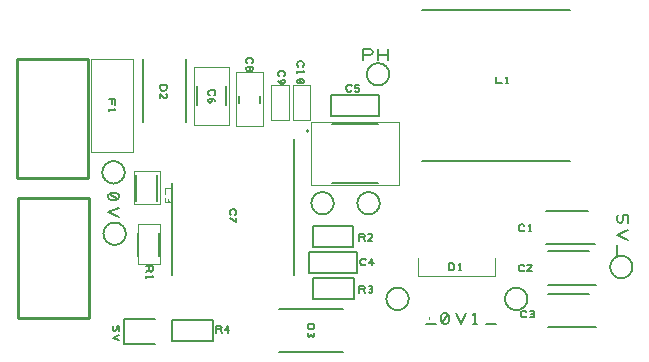
<source format=gto>
G04 DesignSpark PCB Gerber Version 12.0 Build 5942*
%FSLAX35Y35*%
%MOMM*%
%ADD86C,0.02540*%
%ADD85C,0.05000*%
%ADD87C,0.07620*%
%ADD84C,0.10000*%
%ADD10C,0.12700*%
%ADD13C,0.20000*%
%ADD83C,0.20320*%
%ADD12C,0.25400*%
X0Y0D02*
D02*
D10*
X43841290Y45655340D02*
X43833350Y45639470D01*
Y45623590D01*
X43841290Y45607720D01*
X43857170Y45599780D01*
X43904790D01*
X43920670Y45607720D01*
X43928600Y45623590D01*
Y45639470D01*
X43920670Y45655340D01*
X43904790Y45663280D01*
X43857170D01*
X43841290Y45655340D01*
X43920670Y45607720D01*
X43928600Y45536280D02*
X43833350Y45496590D01*
X43928600Y45456900D01*
X43839560Y46454250D02*
X43895810D01*
Y46407370D01*
X43867690Y46416750D02*
Y46454250D01*
X43839560Y46369870D02*
Y46351120D01*
Y46360500D02*
X43895810D01*
X43886440Y46369870D01*
X43878290Y44533280D02*
X43873600Y44523900D01*
Y44509840D01*
X43878290Y44500470D01*
X43887670Y44495780D01*
X43892350D01*
X43901730Y44500470D01*
X43906420Y44509840D01*
Y44533280D01*
X43929850D01*
Y44495780D01*
Y44458280D02*
X43873600Y44434840D01*
X43929850Y44411400D01*
X43880000Y45739740D02*
G75*
G03*
X43975250Y45834990I0J95250D01*
G01*
G75*
G03*
X43880000Y45930240I-95250J0D01*
G01*
G75*
G03*
X43784750Y45834990I0J-95250D01*
G01*
G75*
G03*
X43880000Y45739740I95250J0D01*
G01*
X43890000Y45219750D02*
G75*
G03*
X43985250Y45315000I0J95250D01*
G01*
G75*
G03*
X43890000Y45410250I-95250J0D01*
G01*
G75*
G03*
X43794750Y45315000I0J-95250D01*
G01*
G75*
G03*
X43890000Y45219750I95250J0D01*
G01*
X44091000Y45125000D02*
Y45325000D01*
X44156560Y45041250D02*
X44212810D01*
Y45008440D01*
X44208130Y44999060D01*
X44198750Y44994370D01*
X44189380Y44999060D01*
X44184690Y45008440D01*
Y45041250D01*
Y45008440D02*
X44156560Y44994370D01*
Y44956870D02*
Y44938120D01*
Y44947500D02*
X44212810D01*
X44203440Y44956870D01*
X44273600Y46573280D02*
X44329850D01*
Y46545150D01*
X44325170Y46535780D01*
X44320480Y46531090D01*
X44311100Y46526400D01*
X44292350D01*
X44282980Y46531090D01*
X44278290Y46535780D01*
X44273600Y46545150D01*
Y46573280D01*
Y46460780D02*
Y46498280D01*
X44306420Y46465470D01*
X44315790Y46460780D01*
X44325170Y46465470D01*
X44329850Y46474840D01*
Y46488900D01*
X44325170Y46498280D01*
X44269000Y45125000D02*
Y45325000D01*
X44585000Y46407000D02*
Y46563000D01*
X44693440Y46488120D02*
X44688750Y46492810D01*
X44684060Y46502190D01*
Y46516250D01*
X44688750Y46525620D01*
X44693440Y46530310D01*
X44702810Y46535000D01*
X44721560D01*
X44730940Y46530310D01*
X44735630Y46525620D01*
X44740310Y46516250D01*
Y46502190D01*
X44735630Y46492810D01*
X44730940Y46488120D01*
X44698130Y46460000D02*
X44707500Y46455310D01*
X44712190Y46445940D01*
Y46436560D01*
X44707500Y46427190D01*
X44698130Y46422500D01*
X44688750Y46427190D01*
X44684060Y46436560D01*
Y46445940D01*
X44688750Y46455310D01*
X44698130Y46460000D01*
X44712190D01*
X44726250Y46455310D01*
X44735630Y46445940D01*
X44740310Y46436560D01*
X44749540Y44477340D02*
Y44533590D01*
X44782350D01*
X44791730Y44528910D01*
X44796420Y44519530D01*
X44791730Y44510160D01*
X44782350Y44505470D01*
X44749540D01*
X44782350D02*
X44796420Y44477340D01*
X44847980D02*
Y44533590D01*
X44824540Y44496090D01*
X44862040D01*
X44835000Y46407000D02*
Y46563000D01*
X44872980Y45476400D02*
X44868290Y45481090D01*
X44863600Y45490470D01*
Y45504530D01*
X44868290Y45513900D01*
X44872980Y45518590D01*
X44882350Y45523280D01*
X44901100D01*
X44910480Y45518590D01*
X44915170Y45513900D01*
X44919850Y45504530D01*
Y45490470D01*
X44915170Y45481090D01*
X44910480Y45476400D01*
X44863600Y45448280D02*
X44919850Y45410780D01*
Y45448280D01*
X44940000Y46426000D02*
Y46484000D01*
X45012980Y46758120D02*
X45008290Y46762810D01*
X45003600Y46772190D01*
Y46786250D01*
X45008290Y46795620D01*
X45012980Y46800310D01*
X45022350Y46805000D01*
X45041100D01*
X45050480Y46800310D01*
X45055170Y46795620D01*
X45059850Y46786250D01*
Y46772190D01*
X45055170Y46762810D01*
X45050480Y46758120D01*
X45031730Y46715940D02*
Y46706560D01*
X45036420Y46697190D01*
X45045790Y46692500D01*
X45055170Y46697190D01*
X45059850Y46706560D01*
Y46715940D01*
X45055170Y46725310D01*
X45045790Y46730000D01*
X45036420Y46725310D01*
X45031730Y46715940D01*
X45027040Y46725310D01*
X45017670Y46730000D01*
X45008290Y46725310D01*
X45003600Y46715940D01*
Y46706560D01*
X45008290Y46697190D01*
X45017670Y46692500D01*
X45027040Y46697190D01*
X45031730Y46706560D01*
X45120000Y46426000D02*
Y46484000D01*
X45283440Y46648120D02*
X45278750Y46652810D01*
X45274060Y46662190D01*
Y46676250D01*
X45278750Y46685620D01*
X45283440Y46690310D01*
X45292810Y46695000D01*
X45311560D01*
X45320940Y46690310D01*
X45325630Y46685620D01*
X45330310Y46676250D01*
Y46662190D01*
X45325630Y46652810D01*
X45320940Y46648120D01*
X45274060Y46605940D02*
X45278750Y46596560D01*
X45288130Y46587190D01*
X45302190Y46582500D01*
X45316250D01*
X45325630Y46587190D01*
X45330310Y46596560D01*
Y46605940D01*
X45325630Y46615310D01*
X45316250Y46620000D01*
X45306880Y46615310D01*
X45302190Y46605940D01*
Y46596560D01*
X45306880Y46587190D01*
X45316250Y46582500D01*
X45443440Y46728120D02*
X45438750Y46732810D01*
X45434060Y46742190D01*
Y46756250D01*
X45438750Y46765620D01*
X45443440Y46770310D01*
X45452810Y46775000D01*
X45471560D01*
X45480940Y46770310D01*
X45485630Y46765620D01*
X45490310Y46756250D01*
Y46742190D01*
X45485630Y46732810D01*
X45480940Y46728120D01*
X45434060Y46690620D02*
Y46671870D01*
Y46681250D02*
X45490310D01*
X45480940Y46690620D01*
X45438750Y46620310D02*
X45434060Y46610940D01*
Y46601560D01*
X45438750Y46592190D01*
X45448130Y46587500D01*
X45476250D01*
X45485630Y46592190D01*
X45490310Y46601560D01*
Y46610940D01*
X45485630Y46620310D01*
X45476250Y46625000D01*
X45448130D01*
X45438750Y46620310D01*
X45485630Y46592190D01*
X45523600Y44553280D02*
X45579850D01*
Y44525150D01*
X45575170Y44515780D01*
X45570480Y44511090D01*
X45561100Y44506400D01*
X45542350D01*
X45532980Y44511090D01*
X45528290Y44515780D01*
X45523600Y44525150D01*
Y44553280D01*
X45528290Y44473590D02*
X45523600Y44464220D01*
Y44454840D01*
X45528290Y44445470D01*
X45537670Y44440780D01*
X45547040Y44445470D01*
X45551730Y44454840D01*
Y44464220D01*
Y44454840D02*
X45556420Y44445470D01*
X45565790Y44440780D01*
X45575170Y44445470D01*
X45579850Y44454840D01*
Y44464220D01*
X45575170Y44473590D01*
X45554290Y45573280D02*
G75*
G03*
X45649540Y45478030I95250J0D01*
G01*
G75*
G03*
X45744790Y45573280I0J95250D01*
G01*
G75*
G03*
X45649540Y45668530I-95250J0D01*
G01*
G75*
G03*
X45554290Y45573280I0J-95250D01*
G01*
X45733000Y45742500D02*
X46123000D01*
X45733000Y46247500D02*
X46123000D01*
X45896880Y46528440D02*
X45892190Y46523750D01*
X45882810Y46519060D01*
X45868750D01*
X45859380Y46523750D01*
X45854690Y46528440D01*
X45850000Y46537810D01*
Y46556560D01*
X45854690Y46565940D01*
X45859380Y46570630D01*
X45868750Y46575310D01*
X45882810D01*
X45892190Y46570630D01*
X45896880Y46565940D01*
X45925000Y46523750D02*
X45934380Y46519060D01*
X45948440D01*
X45957810Y46523750D01*
X45962500Y46533130D01*
Y46537810D01*
X45957810Y46547190D01*
X45948440Y46551880D01*
X45925000D01*
Y46575310D01*
X45962500D01*
X45943040Y45162180D02*
X45537040D01*
Y44984380D01*
X45943040D01*
Y45162180D01*
X45944290Y45573280D02*
G75*
G03*
X46039540Y45478030I95250J0D01*
G01*
G75*
G03*
X46134790Y45573280I0J95250D01*
G01*
G75*
G03*
X46039540Y45668530I-95250J0D01*
G01*
G75*
G03*
X45944290Y45573280I0J-95250D01*
G01*
X45959540Y44817340D02*
Y44873590D01*
X45992350D01*
X46001730Y44868910D01*
X46006420Y44859530D01*
X46001730Y44850160D01*
X45992350Y44845470D01*
X45959540D01*
X45992350D02*
X46006420Y44817340D01*
X46039230Y44822030D02*
X46048600Y44817340D01*
X46057980D01*
X46067350Y44822030D01*
X46072040Y44831410D01*
X46067350Y44840780D01*
X46057980Y44845470D01*
X46048600D01*
X46057980D02*
X46067350Y44850160D01*
X46072040Y44859530D01*
X46067350Y44868910D01*
X46057980Y44873590D01*
X46048600D01*
X46039230Y44868910D01*
X45959540Y45257340D02*
Y45313590D01*
X45992350D01*
X46001730Y45308910D01*
X46006420Y45299530D01*
X46001730Y45290160D01*
X45992350Y45285470D01*
X45959540D01*
X45992350D02*
X46006420Y45257340D01*
X46072040D02*
X46034540D01*
X46067350Y45290160D01*
X46072040Y45299530D01*
X46067350Y45308910D01*
X46057980Y45313590D01*
X46043920D01*
X46034540Y45308910D01*
X46016420Y45056720D02*
X46011730Y45052030D01*
X46002350Y45047340D01*
X45988290D01*
X45978920Y45052030D01*
X45974230Y45056720D01*
X45969540Y45066090D01*
Y45084840D01*
X45974230Y45094220D01*
X45978920Y45098910D01*
X45988290Y45103590D01*
X46002350D01*
X46011730Y45098910D01*
X46016420Y45094220D01*
X46067980Y45047340D02*
Y45103590D01*
X46044540Y45066090D01*
X46082040D01*
X45995000Y46784060D02*
Y46879310D01*
X46050560D01*
X46066440Y46871380D01*
X46074380Y46855500D01*
X46066440Y46839630D01*
X46050560Y46831690D01*
X45995000D01*
X46122000Y46784060D02*
Y46879310D01*
Y46831690D02*
X46201380D01*
Y46784060D02*
Y46879310D01*
X46024750Y46665000D02*
G75*
G03*
X46120000Y46569750I95250J0D01*
G01*
G75*
G03*
X46215250Y46665000I0J95250D01*
G01*
G75*
G03*
X46120000Y46760250I-95250J0D01*
G01*
G75*
G03*
X46024750Y46665000I0J-95250D01*
G01*
X46131500Y46490150D02*
X45725500D01*
Y46312350D01*
X46131500D01*
Y46490150D01*
X46189750Y44763280D02*
G75*
G03*
X46285000Y44668030I95250J0D01*
G01*
G75*
G03*
X46380250Y44763280I0J95250D01*
G01*
G75*
G03*
X46285000Y44858530I-95250J0D01*
G01*
G75*
G03*
X46189750Y44763280I0J-95250D01*
G01*
X46529540Y44550370D02*
X46608920D01*
X46664480Y44558310D02*
X46680350Y44550370D01*
X46696230D01*
X46712100Y44558310D01*
X46720040Y44574190D01*
Y44621810D01*
X46712100Y44637690D01*
X46696230Y44645620D01*
X46680350D01*
X46664480Y44637690D01*
X46656540Y44621810D01*
Y44574190D01*
X46664480Y44558310D01*
X46712100Y44637690D01*
X46783540Y44645620D02*
X46823230Y44550370D01*
X46862920Y44645620D01*
X46926420Y44550370D02*
X46958170D01*
X46942290D02*
Y44645620D01*
X46926420Y44629750D01*
X47037540Y44550370D02*
X47116920D01*
X46719540Y45007340D02*
Y45063590D01*
X46747670D01*
X46757040Y45058910D01*
X46761730Y45054220D01*
X46766420Y45044840D01*
Y45026090D01*
X46761730Y45016720D01*
X46757040Y45012030D01*
X46747670Y45007340D01*
X46719540D01*
X46803920D02*
X46822670D01*
X46813290D02*
Y45063590D01*
X46803920Y45054220D01*
X47119540Y46643590D02*
Y46587340D01*
X47166420D01*
X47203920D02*
X47222670D01*
X47213290D02*
Y46643590D01*
X47203920Y46634220D01*
X47194290Y44763280D02*
G75*
G03*
X47289540Y44668030I95250J0D01*
G01*
G75*
G03*
X47384790Y44763280I0J95250D01*
G01*
G75*
G03*
X47289540Y44858530I-95250J0D01*
G01*
G75*
G03*
X47194290Y44763280I0J-95250D01*
G01*
X47356420Y45006720D02*
X47351730Y45002030D01*
X47342350Y44997340D01*
X47328290D01*
X47318920Y45002030D01*
X47314230Y45006720D01*
X47309540Y45016090D01*
Y45034840D01*
X47314230Y45044220D01*
X47318920Y45048910D01*
X47328290Y45053590D01*
X47342350D01*
X47351730Y45048910D01*
X47356420Y45044220D01*
X47422040Y44997340D02*
X47384540D01*
X47417350Y45030160D01*
X47422040Y45039530D01*
X47417350Y45048910D01*
X47407980Y45053590D01*
X47393920D01*
X47384540Y45048910D01*
X47356420Y45346720D02*
X47351730Y45342030D01*
X47342350Y45337340D01*
X47328290D01*
X47318920Y45342030D01*
X47314230Y45346720D01*
X47309540Y45356090D01*
Y45374840D01*
X47314230Y45384220D01*
X47318920Y45388910D01*
X47328290Y45393590D01*
X47342350D01*
X47351730Y45388910D01*
X47356420Y45384220D01*
X47393920Y45337340D02*
X47412670D01*
X47403290D02*
Y45393590D01*
X47393920Y45384220D01*
X47376420Y44616720D02*
X47371730Y44612030D01*
X47362350Y44607340D01*
X47348290D01*
X47338920Y44612030D01*
X47334230Y44616720D01*
X47329540Y44626090D01*
Y44644840D01*
X47334230Y44654220D01*
X47338920Y44658910D01*
X47348290Y44663590D01*
X47362350D01*
X47371730Y44658910D01*
X47376420Y44654220D01*
X47409230Y44612030D02*
X47418600Y44607340D01*
X47427980D01*
X47437350Y44612030D01*
X47442040Y44621410D01*
X47437350Y44630780D01*
X47427980Y44635470D01*
X47418600D01*
X47427980D02*
X47437350Y44640160D01*
X47442040Y44649530D01*
X47437350Y44658910D01*
X47427980Y44663590D01*
X47418600D01*
X47409230Y44658910D01*
X48148800Y45470780D02*
X48140860Y45454900D01*
Y45431090D01*
X48148800Y45415220D01*
X48164680Y45407280D01*
X48172610D01*
X48188490Y45415220D01*
X48196430Y45431090D01*
Y45470780D01*
X48236110D01*
Y45407280D01*
Y45343780D02*
X48140860Y45304090D01*
X48236110Y45264400D01*
X48140860Y45216780D02*
Y45137400D01*
X48179540Y45128530D02*
G75*
G03*
X48084290Y45033280I0J-95250D01*
G01*
G75*
G03*
X48179540Y44938030I95250J0D01*
G01*
G75*
G03*
X48274790Y45033280I0J95250D01*
G01*
G75*
G03*
X48179540Y45128530I-95250J0D01*
G01*
D02*
D12*
X43662110Y45785000D02*
Y46797000D01*
X43062500D01*
Y45785000D01*
X43662110D01*
X43672110Y44605000D02*
Y45617000D01*
X43072500D01*
Y44605000D01*
X43672110D01*
D02*
D13*
X44069540Y45813280D02*
Y45593280D01*
X44128800Y46792000D02*
Y46258000D01*
X44235000Y44590000D02*
X43965000D01*
Y44380000D01*
X44235000D01*
X44249540Y45813280D02*
Y45593280D01*
X44376860Y45742500D02*
Y44970000D01*
X44491200Y46258000D02*
Y46792000D01*
X45279540Y44312280D02*
X45819540D01*
X45406860Y46117500D02*
Y44970000D01*
X45531000Y46185500D02*
G75*
G03*
X45511000I-10000J0D01*
G01*
G75*
G03*
X45531000I10000J0D01*
G01*
X45819540Y44674280D02*
X45279540D01*
X46494540Y45933280D02*
X47744540D01*
X46556250Y44591040D02*
G75*
G02*
Y44601040I0J5000D01*
G01*
G75*
G03*
Y44591040I0J-5000D01*
G01*
Y44601040D02*
G75*
G02*
Y44591040I0J-5000D01*
G01*
Y44601040D02*
X47545000Y45225000D02*
X47957500D01*
X47555000Y44525000D02*
X47967500D01*
X47555000Y44885000D02*
X47967500D01*
X47744540Y47213280D02*
X46494540D01*
X47895000Y45505000D02*
X47545000D01*
X47905000Y44805000D02*
X47555000D01*
X47905000Y45165000D02*
X47555000D01*
D02*
D83*
X44377000Y44406100D02*
Y44583900D01*
X44721000D01*
Y44406100D01*
X44377000D01*
X45566540Y45204380D02*
Y45382180D01*
X45910540D01*
Y45204380D01*
X45566540D01*
X45912540Y44942180D02*
Y44764380D01*
X45568540D01*
Y44942180D01*
X45912540D01*
D02*
D84*
X44048000Y46794500D02*
Y46007500D01*
X43692000D01*
Y46794500D01*
X44048000D01*
X46458250Y44956340D02*
Y45111040D02*
Y44956340D01*
X47112250D01*
Y45111040D01*
X46458250D02*
Y44956340D01*
X47112250D01*
Y45111040D01*
X46458250D02*
X47112250Y44956340D02*
Y45111040D02*
D02*
D85*
X44084000Y45056000D02*
Y45394000D01*
X44276000D01*
Y45056000D01*
X44084000D01*
X44560000Y46240000D02*
X44860000D01*
Y46730000D01*
X44560000D01*
Y46240000D01*
X44914200Y46685800D02*
X45145800D01*
Y46224200D01*
X44914200D01*
Y46685800D01*
X45216000Y46573500D02*
X45364000D01*
Y46276500D01*
X45216000D01*
Y46573500D01*
X45396000D02*
X45544000D01*
Y46276500D01*
X45396000D01*
Y46573500D01*
X46300500Y45725000D02*
Y46265000D01*
X45555500D01*
Y45725000D01*
X46300500D01*
D02*
D86*
X44049540Y45843280D02*
X44269540D01*
Y45563280D01*
X44049540D01*
Y45843280D01*
D02*
D87*
X44375740Y45703280D02*
X44314780D01*
Y45652480D01*
X44319860Y45616920D02*
X44314780Y45606760D01*
Y45596600D01*
X44319860Y45586440D01*
X44330020Y45581360D01*
X44340180Y45586440D01*
X44345260Y45596600D01*
Y45606760D01*
Y45596600D02*
X44350340Y45586440D01*
X44360500Y45581360D01*
X44370660Y45586440D01*
X44375740Y45596600D01*
Y45606760D01*
X44370660Y45616920D01*
X0Y0D02*
M02*

</source>
